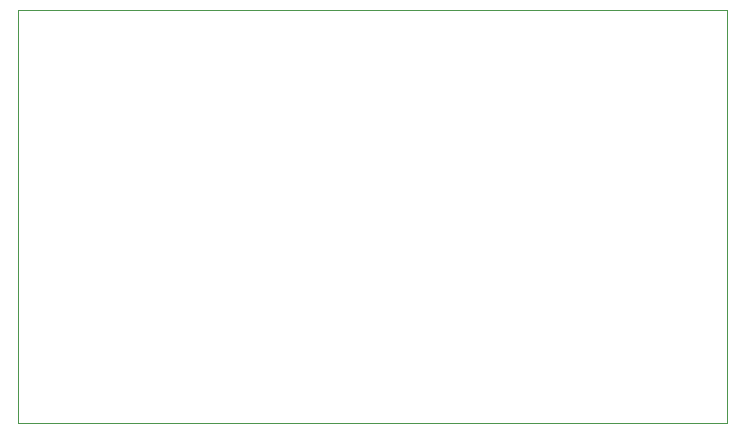
<source format=gm1>
G04 #@! TF.GenerationSoftware,KiCad,Pcbnew,(5.1.6)-1*
G04 #@! TF.CreationDate,2021-04-15T23:13:23+02:00*
G04 #@! TF.ProjectId,GateDriver,47617465-4472-4697-9665-722e6b696361,rev?*
G04 #@! TF.SameCoordinates,Original*
G04 #@! TF.FileFunction,Profile,NP*
%FSLAX46Y46*%
G04 Gerber Fmt 4.6, Leading zero omitted, Abs format (unit mm)*
G04 Created by KiCad (PCBNEW (5.1.6)-1) date 2021-04-15 23:13:23*
%MOMM*%
%LPD*%
G01*
G04 APERTURE LIST*
G04 #@! TA.AperFunction,Profile*
%ADD10C,0.050000*%
G04 #@! TD*
G04 APERTURE END LIST*
D10*
X115000000Y-50000000D02*
X55000000Y-50000000D01*
X115000000Y-85000000D02*
X115000000Y-50000000D01*
X55000000Y-85000000D02*
X115000000Y-85000000D01*
X55000000Y-50000000D02*
X55000000Y-85000000D01*
M02*

</source>
